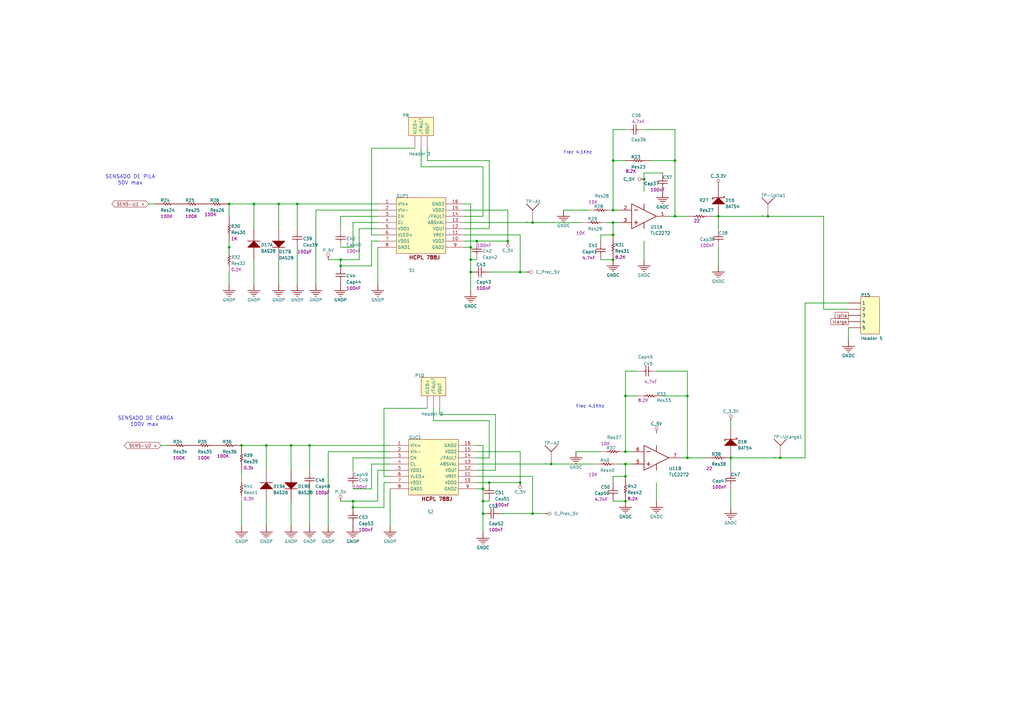
<source format=kicad_sch>
(kicad_sch (version 20211123) (generator eeschema)
  (paper "A3")
  (lib_symbols
    (symbol "sensor de tension-altium-import:0_Cap"
      (property "Value" "0_Cap" (at 0 0 0))
      (symbol "0_Cap_1_0"
        (pin passive line (at -2.54 -2.54 0) (length 2.54) (name "1") (number "1"))
        (pin passive line (at 5.08 -2.54 180) (length 2.54) (name "2") (number "2"))
      )
    )
    (symbol "sensor de tension-altium-import:0_Component_1"
      (property "Value" "0_Component_1" (at 0 0 0))
      (symbol "0_Component_1_1_0"
        (text "HCPL 788J" (at 17.78 -22.86 0) (effects (font (size 1.524 1.524) bold) (justify left bottom)))
        (pin passive line (at 5.08 0 0) (length 7.62) (name "Vin+") (number "1"))
        (pin passive line (at 40.64 -15.24 180) (length 7.62) (name "VDD2") (number "10"))
        (pin passive line (at 40.64 -12.7 180) (length 7.62) (name "VREF") (number "11"))
        (pin passive line (at 40.64 -10.16 180) (length 7.62) (name "VOUT") (number "12"))
        (pin passive line (at 40.64 -7.62 180) (length 7.62) (name "ABSVAL") (number "13"))
        (pin passive line (at 40.64 -5.08 180) (length 7.62) (name "/FAULT") (number "14"))
        (pin passive line (at 40.64 -2.54 180) (length 7.62) (name "VDD2") (number "15"))
        (pin passive line (at 40.64 0 180) (length 7.62) (name "GND2") (number "16"))
        (pin passive line (at 5.08 -2.54 0) (length 7.62) (name "Vin-") (number "2"))
        (pin passive line (at 5.08 -5.08 0) (length 7.62) (name "CH") (number "3"))
        (pin passive line (at 5.08 -7.62 0) (length 7.62) (name "CL") (number "4"))
        (pin passive line (at 5.08 -10.16 0) (length 7.62) (name "VDD1") (number "5"))
        (pin passive line (at 5.08 -12.7 0) (length 7.62) (name "VLED+") (number "6"))
        (pin passive line (at 5.08 -15.24 0) (length 7.62) (name "VDD1") (number "7"))
        (pin passive line (at 5.08 -17.78 0) (length 7.62) (name "GND1") (number "8"))
        (pin passive line (at 40.64 -17.78 180) (length 7.62) (name "GND2") (number "9"))
      )
    )
    (symbol "sensor de tension-altium-import:0_Header 5"
      (property "Value" "0_Header 5" (at 0 0 0))
      (symbol "0_Header 5_1_0"
        (pin passive line (at -5.08 -2.54 0) (length 5.08) (name "1") (number "1"))
        (pin passive line (at -5.08 -5.08 0) (length 5.08) (name "2") (number "2"))
        (pin passive line (at -5.08 -7.62 0) (length 5.08) (name "3") (number "3"))
        (pin passive line (at -5.08 -10.16 0) (length 5.08) (name "4") (number "4"))
        (pin passive line (at -5.08 -12.7 0) (length 5.08) (name "5") (number "5"))
      )
    )
    (symbol "sensor de tension-altium-import:0_Res1"
      (property "Value" "0_Res1" (at 0 0 0))
      (symbol "0_Res1_1_0"
        (pin passive line (at -2.54 -2.54 0) (length 2.54) (name "1") (number "1"))
        (pin passive line (at 7.62 -2.54 180) (length 2.54) (name "2") (number "2"))
      )
    )
    (symbol "sensor de tension-altium-import:0_TLC27L2ACDR"
      (property "Value" "0_TLC27L2ACDR" (at 0 0 0))
      (symbol "0_TLC27L2ACDR_-1_0"
        (pin power_in line (at 5.08 -15.24 90) (length 5.08) (name "GND") (number "4"))
        (pin power_in line (at 5.08 5.08 270) (length 5.08) (name "VDD") (number "8"))
      )
      (symbol "0_TLC27L2ACDR_1_0"
        (pin output line (at 15.24 -5.08 180) (length 5.08) (name "OUT") (number "1"))
        (pin input line (at -5.08 -2.54 0) (length 5.08) (name "IN-") (number "2"))
        (pin input line (at -5.08 -7.62 0) (length 5.08) (name "IN+") (number "3"))
      )
      (symbol "0_TLC27L2ACDR_2_0"
        (pin input line (at -5.08 -7.62 0) (length 5.08) (name "IN+") (number "5"))
        (pin input line (at -5.08 -2.54 0) (length 5.08) (name "IN-") (number "6"))
        (pin output line (at 15.24 -5.08 180) (length 5.08) (name "OUT") (number "7"))
      )
    )
    (symbol "sensor de tension-altium-import:1_BAS28"
      (property "Value" "1_BAS28" (at 0 0 0))
      (symbol "1_BAS28_1_0"
        (pin passive line (at 2.54 7.62 270) (length 5.08) (name "K") (number "1"))
        (pin passive line (at 2.54 -5.08 90) (length 5.08) (name "A") (number "4"))
      )
      (symbol "1_BAS28_2_0"
        (pin passive line (at 2.54 7.62 270) (length 5.08) (name "K") (number "2"))
        (pin passive line (at 2.54 -5.08 90) (length 5.08) (name "A") (number "3"))
      )
    )
    (symbol "sensor de tension-altium-import:1_BAT54"
      (property "Value" "1_BAT54" (at 0 0 0))
      (symbol "1_BAT54_1_0"
        (pin passive line (at 2.54 -5.08 90) (length 5.08) (name "A") (number "1"))
        (pin passive line (at 2.54 7.62 270) (length 5.08) (name "K") (number "2"))
      )
    )
    (symbol "sensor de tension-altium-import:1_Cap"
      (property "Value" "1_Cap" (at 0 0 0))
      (symbol "1_Cap_1_0"
        (pin passive line (at 2.54 -2.54 90) (length 2.54) (name "1") (number "1"))
        (pin passive line (at 2.54 5.08 270) (length 2.54) (name "2") (number "2"))
      )
    )
    (symbol "sensor de tension-altium-import:1_Header 3"
      (property "Value" "1_Header 3" (at 0 0 0))
      (symbol "1_Header 3_1_0"
        (pin passive line (at 2.54 -5.08 90) (length 5.08) (name "VLED+") (number "1"))
        (pin passive line (at 5.08 -5.08 90) (length 5.08) (name "/FAULT") (number "2"))
        (pin passive line (at 7.62 -5.08 90) (length 5.08) (name "VOUT") (number "3"))
      )
    )
    (symbol "sensor de tension-altium-import:3_BAS28"
      (property "Value" "3_BAS28" (at 0 0 0))
      (symbol "3_BAS28_1_0"
        (pin passive line (at -2.54 -7.62 90) (length 5.08) (name "K") (number "1"))
        (pin passive line (at -2.54 5.08 270) (length 5.08) (name "A") (number "4"))
      )
      (symbol "3_BAS28_2_0"
        (pin passive line (at -2.54 -7.62 90) (length 5.08) (name "K") (number "2"))
        (pin passive line (at -2.54 5.08 270) (length 5.08) (name "A") (number "3"))
      )
    )
    (symbol "sensor de tension-altium-import:3_Cap"
      (property "Value" "3_Cap" (at 0 0 0))
      (symbol "3_Cap_1_0"
        (pin passive line (at -2.54 2.54 270) (length 2.54) (name "1") (number "1"))
        (pin passive line (at -2.54 -5.08 90) (length 2.54) (name "2") (number "2"))
      )
    )
    (symbol "sensor de tension-altium-import:3_Res1"
      (property "Value" "3_Res1" (at 0 0 0))
      (symbol "3_Res1_1_0"
        (pin passive line (at -2.54 2.54 270) (length 2.54) (name "1") (number "1"))
        (pin passive line (at -2.54 -7.62 90) (length 2.54) (name "2") (number "2"))
      )
    )
    (symbol "sensor de tension-altium-import:3_Socket"
      (property "Value" "3_Socket" (at 0 0 0))
      (symbol "3_Socket_1_0"
        (pin passive line (at -2.54 -7.62 90) (length 5.08) (name "1") (number "1"))
      )
    )
    (symbol "sensor de tension-altium-import:C_3.3V" (power)
      (property "Reference" "#PWR" (at 0 0 0))
      (property "Value" "C_3.3V" (at 0 3.81 0))
      (symbol "C_3.3V_0_0"
        (pin power_in line (at 0 0 0) (length 0) hide (name "C_3.3V") (number ""))
      )
    )
    (symbol "sensor de tension-altium-import:C_5V" (power)
      (property "Reference" "#PWR" (at 0 0 0))
      (property "Value" "C_5V" (at 0 3.81 0))
      (symbol "C_5V_0_0"
        (pin power_in line (at 0 0 0) (length 0) hide (name "C_5V") (number ""))
      )
    )
    (symbol "sensor de tension-altium-import:C_Prec_5V" (power)
      (property "Reference" "#PWR" (at 0 0 0))
      (property "Value" "C_Prec_5V" (at 0 3.81 0))
      (symbol "C_Prec_5V_0_0"
        (pin power_in line (at 0 0 0) (length 0) hide (name "C_Prec_5V") (number ""))
      )
    )
    (symbol "sensor de tension-altium-import:GNDC" (power)
      (property "Reference" "#PWR" (at 0 0 0))
      (property "Value" "GNDC" (at 0 6.35 0))
      (symbol "GNDC_0_0"
        (pin power_in line (at 0 0 0) (length 0) hide (name "GNDC") (number ""))
      )
    )
    (symbol "sensor de tension-altium-import:GNDP" (power)
      (property "Reference" "#PWR" (at 0 0 0))
      (property "Value" "GNDP" (at 0 6.35 0))
      (symbol "GNDP_0_0"
        (pin power_in line (at 0 0 0) (length 0) hide (name "GNDP") (number ""))
      )
    )
    (symbol "sensor de tension-altium-import:P_5V" (power)
      (property "Reference" "#PWR" (at 0 0 0))
      (property "Value" "P_5V" (at 0 3.81 0))
      (symbol "P_5V_0_0"
        (pin power_in line (at 0 0 0) (length 0) hide (name "P_5V") (number ""))
      )
    )
  )
  (junction (at 93.98 83.6422))
  (junction (at 299.72 187.7822))
  (junction (at 144.78 205.5622))
  (junction (at 256.54 162.3822))
  (junction (at 109.22 182.7022))
  (junction (at 200.66 197.9422))
  (junction (at 264.16 73.4822))
  (junction (at 208.28 98.8822))
  (junction (at 294.64 88.7222))
  (junction (at 218.44 91.2622))
  (junction (at 193.04 111.5822))
  (junction (at 251.46 91.2622))
  (junction (at 139.7 106.5022))
  (junction (at 144.78 208.1022))
  (junction (at 256.54 185.2422))
  (junction (at 198.12 205.5622))
  (junction (at 104.14 83.6422))
  (junction (at 314.96 88.7222))
  (junction (at 256.54 205.5622))
  (junction (at 119.38 182.7022))
  (junction (at 198.12 200.4822))
  (junction (at 226.06 190.3222))
  (junction (at 276.86 88.7222))
  (junction (at 256.54 195.4022))
  (junction (at 198.12 210.6422))
  (junction (at 276.86 65.8622))
  (junction (at 114.3 83.6422))
  (junction (at 193.04 106.5022))
  (junction (at 320.04 187.7822))
  (junction (at 213.36 111.5822))
  (junction (at 127 182.7022))
  (junction (at 218.44 210.6422))
  (junction (at 256.54 190.3222))
  (junction (at 251.46 96.3422))
  (junction (at 99.06 182.7022))
  (junction (at 281.94 187.7822))
  (junction (at 251.46 86.1822))
  (junction (at 93.98 101.4222))
  (junction (at 281.94 162.3822))
  (junction (at 251.46 65.8622))
  (junction (at 213.36 197.9422))
  (junction (at 193.04 101.4222))
  (junction (at 139.7 109.0422))
  (junction (at 251.46 106.5022))
  (junction (at 195.58 98.8822))
  (junction (at 121.92 83.6422))
  (wire (pts (xy 279.4 187.7822) (xy 281.94 187.7822)) (stroke (width 0.254)))
  (wire (pts (xy 119.38 182.7022) (xy 127 182.7022)) (stroke (width 0.254)))
  (wire (pts (xy 246.38 96.3422) (xy 251.46 96.3422)) (stroke (width 0.254)))
  (wire (pts (xy 66.04 182.7022) (xy 68.58 182.7022)) (stroke (width 0.254)))
  (wire (pts (xy 264.16 73.4822) (xy 264.16 70.9422)) (stroke (width 0.254)))
  (wire (pts (xy 93.98 83.6422) (xy 93.98 88.7222)) (stroke (width 0.254)))
  (wire (pts (xy 160.02 195.4022) (xy 157.48 195.4022)) (stroke (width 0.254)))
  (wire (pts (xy 134.62 215.7222) (xy 134.62 185.2422)) (stroke (width 0.254)))
  (wire (pts (xy 104.14 106.5022) (xy 104.14 116.6622)) (stroke (width 0.254)))
  (wire (pts (xy 114.3 106.5022) (xy 114.3 116.6622)) (stroke (width 0.254)))
  (wire (pts (xy 154.94 101.4222) (xy 154.94 116.6622)) (stroke (width 0.254)))
  (wire (pts (xy 264.16 98.8822) (xy 264.16 106.5022)) (stroke (width 0.254)))
  (wire (pts (xy 190.5 93.8022) (xy 200.66 93.8022)) (stroke (width 0.254)))
  (wire (pts (xy 190.5 96.3422) (xy 213.36 96.3422)) (stroke (width 0.254)))
  (wire (pts (xy 251.46 53.1622) (xy 256.54 53.1622)) (stroke (width 0.254)))
  (wire (pts (xy 195.58 190.3222) (xy 226.06 190.3222)) (stroke (width 0.254)))
  (wire (pts (xy 154.94 96.3422) (xy 152.4 96.3422)) (stroke (width 0.254)))
  (wire (pts (xy 289.56 187.7822) (xy 281.94 187.7822)) (stroke (width 0.254)))
  (wire (pts (xy 314.96 88.7222) (xy 337.82 88.7222)) (stroke (width 0.254)))
  (wire (pts (xy 157.48 167.4622) (xy 175.26 167.4622)) (stroke (width 0.254)))
  (wire (pts (xy 254 190.3222) (xy 256.54 190.3222)) (stroke (width 0.254)))
  (wire (pts (xy 195.58 185.2422) (xy 213.36 185.2422)) (stroke (width 0.254)))
  (wire (pts (xy 269.24 197.9422) (xy 269.24 205.5622)) (stroke (width 0.254)))
  (wire (pts (xy 264.16 70.9422) (xy 271.78 70.9422)) (stroke (width 0.254)))
  (wire (pts (xy 177.8 172.5422) (xy 177.8 167.4622)) (stroke (width 0.254)))
  (wire (pts (xy 274.32 88.7222) (xy 276.86 88.7222)) (stroke (width 0.254)))
  (wire (pts (xy 195.58 187.7822) (xy 200.66 187.7822)) (stroke (width 0.254)))
  (wire (pts (xy 218.44 210.6422) (xy 223.52 210.6422)) (stroke (width 0.254)))
  (wire (pts (xy 190.5 83.6422) (xy 193.04 83.6422)) (stroke (width 0.254)))
  (wire (pts (xy 200.66 65.8622) (xy 175.26 65.8622)) (stroke (width 0.254)))
  (wire (pts (xy 299.72 175.0822) (xy 299.72 172.5422)) (stroke (width 0.254)))
  (wire (pts (xy 294.64 88.7222) (xy 314.96 88.7222)) (stroke (width 0.254)))
  (wire (pts (xy 299.72 187.7822) (xy 320.04 187.7822)) (stroke (width 0.254)))
  (wire (pts (xy 264.16 78.5622) (xy 264.16 73.4822)) (stroke (width 0.254)))
  (wire (pts (xy 154.94 83.6422) (xy 121.92 83.6422)) (stroke (width 0.254)))
  (wire (pts (xy 121.92 101.4222) (xy 121.92 116.6622)) (stroke (width 0.254)))
  (wire (pts (xy 256.54 190.3222) (xy 259.08 190.3222)) (stroke (width 0.254)))
  (wire (pts (xy 144.78 205.5622) (xy 139.7 205.5622)) (stroke (width 0.254)))
  (wire (pts (xy 299.72 192.8622) (xy 299.72 187.7822)) (stroke (width 0.254)))
  (wire (pts (xy 251.46 197.9422) (xy 251.46 195.4022)) (stroke (width 0.254)))
  (wire (pts (xy 127 182.7022) (xy 160.02 182.7022)) (stroke (width 0.254)))
  (wire (pts (xy 129.54 116.6622) (xy 129.54 86.1822)) (stroke (width 0.254)))
  (wire (pts (xy 198.12 200.4822) (xy 198.12 205.5622)) (stroke (width 0.254)))
  (wire (pts (xy 60.96 83.6422) (xy 63.5 83.6422)) (stroke (width 0.254)))
  (wire (pts (xy 299.72 208.1022) (xy 299.72 200.4822)) (stroke (width 0.254)))
  (wire (pts (xy 152.4 98.8822) (xy 152.4 109.0422)) (stroke (width 0.254)))
  (wire (pts (xy 337.82 88.7222) (xy 337.82 126.8222)) (stroke (width 0.254)))
  (wire (pts (xy 203.2 192.8622) (xy 203.2 170.0022)) (stroke (width 0.254)))
  (wire (pts (xy 236.22 185.2422) (xy 246.38 185.2422)) (stroke (width 0.254)))
  (wire (pts (xy 152.4 60.7822) (xy 170.18 60.7822)) (stroke (width 0.254)))
  (wire (pts (xy 256.54 65.8622) (xy 251.46 65.8622)) (stroke (width 0.254)))
  (wire (pts (xy 200.66 197.9422) (xy 195.58 197.9422)) (stroke (width 0.254)))
  (wire (pts (xy 264.16 53.1622) (xy 276.86 53.1622)) (stroke (width 0.254)))
  (wire (pts (xy 129.54 86.1822) (xy 154.94 86.1822)) (stroke (width 0.254)))
  (wire (pts (xy 121.92 93.8022) (xy 121.92 83.6422)) (stroke (width 0.254)))
  (wire (pts (xy 93.98 101.4222) (xy 93.98 103.9622)) (stroke (width 0.254)))
  (wire (pts (xy 139.7 109.0422) (xy 139.7 106.5022)) (stroke (width 0.254)))
  (wire (pts (xy 208.28 86.1822) (xy 208.28 98.8822)) (stroke (width 0.254)))
  (wire (pts (xy 190.5 91.2622) (xy 218.44 91.2622)) (stroke (width 0.254)))
  (wire (pts (xy 200.66 172.5422) (xy 177.8 172.5422)) (stroke (width 0.254)))
  (wire (pts (xy 152.4 96.3422) (xy 152.4 60.7822)) (stroke (width 0.254)))
  (wire (pts (xy 320.04 187.7822) (xy 330.2 187.7822)) (stroke (width 0.254)))
  (wire (pts (xy 266.7 65.8622) (xy 276.86 65.8622)) (stroke (width 0.254)))
  (wire (pts (xy 200.66 187.7822) (xy 200.66 172.5422)) (stroke (width 0.254)))
  (wire (pts (xy 109.22 192.8622) (xy 109.22 182.7022)) (stroke (width 0.254)))
  (wire (pts (xy 154.94 93.8022) (xy 147.32 93.8022)) (stroke (width 0.254)))
  (wire (pts (xy 281.94 187.7822) (xy 281.94 162.3822)) (stroke (width 0.254)))
  (wire (pts (xy 104.14 83.6422) (xy 93.98 83.6422)) (stroke (width 0.254)))
  (wire (pts (xy 144.78 101.4222) (xy 144.78 91.2622)) (stroke (width 0.254)))
  (wire (pts (xy 347.98 139.5222) (xy 347.98 134.4422)) (stroke (width 0.254)))
  (wire (pts (xy 198.12 68.4022) (xy 172.72 68.4022)) (stroke (width 0.254)))
  (wire (pts (xy 198.12 205.5622) (xy 200.66 205.5622)) (stroke (width 0.254)))
  (wire (pts (xy 203.2 170.0022) (xy 180.34 170.0022)) (stroke (width 0.254)))
  (wire (pts (xy 99.06 195.4022) (xy 99.06 192.8622)) (stroke (width 0.254)))
  (wire (pts (xy 152.4 109.0422) (xy 139.7 109.0422)) (stroke (width 0.254)))
  (wire (pts (xy 294.64 109.0422) (xy 294.64 101.4222)) (stroke (width 0.254)))
  (wire (pts (xy 99.06 205.5622) (xy 99.06 215.7222)) (stroke (width 0.254)))
  (wire (pts (xy 144.78 208.1022) (xy 144.78 205.5622)) (stroke (width 0.254)))
  (wire (pts (xy 147.32 106.5022) (xy 139.7 106.5022)) (stroke (width 0.254)))
  (wire (pts (xy 251.46 195.4022) (xy 256.54 195.4022)) (stroke (width 0.254)))
  (wire (pts (xy 256.54 185.2422) (xy 256.54 162.3822)) (stroke (width 0.254)))
  (wire (pts (xy 144.78 200.4822) (xy 152.4 200.4822)) (stroke (width 0.254)))
  (wire (pts (xy 269.24 152.2222) (xy 281.94 152.2222)) (stroke (width 0.254)))
  (wire (pts (xy 231.14 86.1822) (xy 241.3 86.1822)) (stroke (width 0.254)))
  (wire (pts (xy 256.54 162.3822) (xy 256.54 152.2222)) (stroke (width 0.254)))
  (wire (pts (xy 119.38 205.5622) (xy 119.38 215.7222)) (stroke (width 0.254)))
  (wire (pts (xy 109.22 205.5622) (xy 109.22 215.7222)) (stroke (width 0.254)))
  (wire (pts (xy 160.02 197.9422) (xy 157.48 197.9422)) (stroke (width 0.254)))
  (wire (pts (xy 195.58 182.7022) (xy 198.12 182.7022)) (stroke (width 0.254)))
  (wire (pts (xy 157.48 208.1022) (xy 144.78 208.1022)) (stroke (width 0.254)))
  (wire (pts (xy 254 86.1822) (xy 251.46 86.1822)) (stroke (width 0.254)))
  (wire (pts (xy 248.92 91.2622) (xy 251.46 91.2622)) (stroke (width 0.254)))
  (wire (pts (xy 193.04 83.6422) (xy 193.04 101.4222)) (stroke (width 0.254)))
  (wire (pts (xy 93.98 111.5822) (xy 93.98 116.6622)) (stroke (width 0.254)))
  (wire (pts (xy 134.62 185.2422) (xy 160.02 185.2422)) (stroke (width 0.254)))
  (wire (pts (xy 198.12 182.7022) (xy 198.12 200.4822)) (stroke (width 0.254)))
  (wire (pts (xy 337.82 126.8222) (xy 347.98 126.8222)) (stroke (width 0.254)))
  (wire (pts (xy 251.46 205.5622) (xy 256.54 205.5622)) (stroke (width 0.254)))
  (wire (pts (xy 154.94 98.8822) (xy 152.4 98.8822)) (stroke (width 0.254)))
  (wire (pts (xy 259.08 185.2422) (xy 256.54 185.2422)) (stroke (width 0.254)))
  (wire (pts (xy 330.2 124.2822) (xy 347.98 124.2822)) (stroke (width 0.254)))
  (wire (pts (xy 195.58 192.8622) (xy 203.2 192.8622)) (stroke (width 0.254)))
  (wire (pts (xy 251.46 96.3422) (xy 251.46 91.2622)) (stroke (width 0.254)))
  (wire (pts (xy 172.72 68.4022) (xy 172.72 60.7822)) (stroke (width 0.254)))
  (wire (pts (xy 147.32 93.8022) (xy 147.32 106.5022)) (stroke (width 0.254)))
  (wire (pts (xy 198.12 210.6422) (xy 198.12 218.2622)) (stroke (width 0.254)))
  (wire (pts (xy 144.78 91.2622) (xy 154.94 91.2622)) (stroke (width 0.254)))
  (wire (pts (xy 251.46 86.1822) (xy 251.46 65.8622)) (stroke (width 0.254)))
  (wire (pts (xy 139.7 93.8022) (xy 139.7 88.7222)) (stroke (width 0.254)))
  (wire (pts (xy 160.02 192.8622) (xy 154.94 192.8622)) (stroke (width 0.254)))
  (wire (pts (xy 190.5 88.7222) (xy 198.12 88.7222)) (stroke (width 0.254)))
  (wire (pts (xy 256.54 195.4022) (xy 256.54 190.3222)) (stroke (width 0.254)))
  (wire (pts (xy 218.44 195.4022) (xy 218.44 210.6422)) (stroke (width 0.254)))
  (wire (pts (xy 330.2 187.7822) (xy 330.2 124.2822)) (stroke (width 0.254)))
  (wire (pts (xy 198.12 200.4822) (xy 195.58 200.4822)) (stroke (width 0.254)))
  (wire (pts (xy 144.78 192.8622) (xy 144.78 187.7822)) (stroke (width 0.254)))
  (wire (pts (xy 139.7 88.7222) (xy 154.94 88.7222)) (stroke (width 0.254)))
  (wire (pts (xy 139.7 101.4222) (xy 144.78 101.4222)) (stroke (width 0.254)))
  (wire (pts (xy 251.46 91.2622) (xy 254 91.2622)) (stroke (width 0.254)))
  (wire (pts (xy 193.04 106.5022) (xy 195.58 106.5022)) (stroke (width 0.254)))
  (wire (pts (xy 157.48 195.4022) (xy 157.48 167.4622)) (stroke (width 0.254)))
  (wire (pts (xy 276.86 88.7222) (xy 281.94 88.7222)) (stroke (width 0.254)))
  (wire (pts (xy 127 200.4822) (xy 127 215.7222)) (stroke (width 0.254)))
  (wire (pts (xy 152.4 190.3222) (xy 160.02 190.3222)) (stroke (width 0.254)))
  (wire (pts (xy 193.04 101.4222) (xy 193.04 106.5022)) (stroke (width 0.254)))
  (wire (pts (xy 119.38 192.8622) (xy 119.38 182.7022)) (stroke (width 0.254)))
  (wire (pts (xy 281.94 152.2222) (xy 281.94 162.3822)) (stroke (width 0.254)))
  (wire (pts (xy 152.4 200.4822) (xy 152.4 190.3222)) (stroke (width 0.254)))
  (wire (pts (xy 198.12 205.5622) (xy 198.12 210.6422)) (stroke (width 0.254)))
  (wire (pts (xy 193.04 106.5022) (xy 193.04 111.5822)) (stroke (width 0.254)))
  (wire (pts (xy 193.04 101.4222) (xy 190.5 101.4222)) (stroke (width 0.254)))
  (wire (pts (xy 200.66 93.8022) (xy 200.66 65.8622)) (stroke (width 0.254)))
  (wire (pts (xy 213.36 197.9422) (xy 200.66 197.9422)) (stroke (width 0.254)))
  (wire (pts (xy 114.3 93.8022) (xy 114.3 83.6422)) (stroke (width 0.254)))
  (wire (pts (xy 251.46 65.8622) (xy 251.46 53.1622)) (stroke (width 0.254)))
  (wire (pts (xy 121.92 83.6422) (xy 114.3 83.6422)) (stroke (width 0.254)))
  (wire (pts (xy 193.04 111.5822) (xy 193.04 119.2022)) (stroke (width 0.254)))
  (wire (pts (xy 213.36 96.3422) (xy 213.36 111.5822)) (stroke (width 0.254)))
  (wire (pts (xy 127 192.8622) (xy 127 182.7022)) (stroke (width 0.254)))
  (wire (pts (xy 281.94 162.3822) (xy 271.78 162.3822)) (stroke (width 0.254)))
  (wire (pts (xy 226.06 190.3222) (xy 243.84 190.3222)) (stroke (width 0.254)))
  (wire (pts (xy 175.26 65.8622) (xy 175.26 60.7822)) (stroke (width 0.254)))
  (wire (pts (xy 213.36 111.5822) (xy 200.66 111.5822)) (stroke (width 0.254)))
  (wire (pts (xy 292.1 88.7222) (xy 294.64 88.7222)) (stroke (width 0.254)))
  (wire (pts (xy 154.94 192.8622) (xy 154.94 205.5622)) (stroke (width 0.254)))
  (wire (pts (xy 154.94 205.5622) (xy 144.78 205.5622)) (stroke (width 0.254)))
  (wire (pts (xy 93.98 98.8822) (xy 93.98 101.4222)) (stroke (width 0.254)))
  (wire (pts (xy 246.38 106.5022) (xy 251.46 106.5022)) (stroke (width 0.254)))
  (wire (pts (xy 208.28 98.8822) (xy 195.58 98.8822)) (stroke (width 0.254)))
  (wire (pts (xy 261.62 162.3822) (xy 256.54 162.3822)) (stroke (width 0.254)))
  (wire (pts (xy 256.54 152.2222) (xy 261.62 152.2222)) (stroke (width 0.254)))
  (wire (pts (xy 276.86 53.1622) (xy 276.86 65.8622)) (stroke (width 0.254)))
  (wire (pts (xy 109.22 182.7022) (xy 119.38 182.7022)) (stroke (width 0.254)))
  (wire (pts (xy 104.14 93.8022) (xy 104.14 83.6422)) (stroke (width 0.254)))
  (wire (pts (xy 198.12 88.7222) (xy 198.12 68.4022)) (stroke (width 0.254)))
  (wire (pts (xy 246.38 98.8822) (xy 246.38 96.3422)) (stroke (width 0.254)))
  (wire (pts (xy 195.58 98.8822) (xy 190.5 98.8822)) (stroke (width 0.254)))
  (wire (pts (xy 294.64 93.8022) (xy 294.64 88.7222)) (stroke (width 0.254)))
  (wire (pts (xy 180.34 170.0022) (xy 180.34 167.4622)) (stroke (width 0.254)))
  (wire (pts (xy 218.44 210.6422) (xy 205.74 210.6422)) (stroke (width 0.254)))
  (wire (pts (xy 160.02 200.4822) (xy 160.02 215.7222)) (stroke (width 0.254)))
  (wire (pts (xy 190.5 86.1822) (xy 208.28 86.1822)) (stroke (width 0.254)))
  (wire (pts (xy 213.36 111.5822) (xy 215.9 111.5822)) (stroke (width 0.254)))
  (wire (pts (xy 139.7 106.5022) (xy 134.62 106.5022)) (stroke (width 0.254)))
  (wire (pts (xy 218.44 91.2622) (xy 238.76 91.2622)) (stroke (width 0.254)))
  (wire (pts (xy 195.58 195.4022) (xy 218.44 195.4022)) (stroke (width 0.254)))
  (wire (pts (xy 144.78 187.7822) (xy 160.02 187.7822)) (stroke (width 0.254)))
  (wire (pts (xy 276.86 65.8622) (xy 276.86 88.7222)) (stroke (width 0.254)))
  (wire (pts (xy 213.36 185.2422) (xy 213.36 197.9422)) (stroke (width 0.254)))
  (wire (pts (xy 157.48 197.9422) (xy 157.48 208.1022)) (stroke (width 0.254)))
  (wire (pts (xy 114.3 83.6422) (xy 104.14 83.6422)) (stroke (width 0.254)))
  (wire (pts (xy 99.06 182.7022) (xy 109.22 182.7022)) (stroke (width 0.254)))
  (text "Frec 4.1Khz" (at 231.14 63.3222 180) (effects (font (size 1.27 1.27)) (justify left bottom)))
  (text "SENSADO DE CARGA" (at 48.26 172.5422 180) (effects (font (size 1.524 1.524)) (justify left bottom)))
  (text "Frec 4.1Khz" (at 236.22 167.4622 180) (effects (font (size 1.27 1.27)) (justify left bottom)))
  (text "SENSADO DE PILA" (at 43.18 73.4822 180) (effects (font (size 1.524 1.524)) (justify left bottom)))
  (text "50V max" (at 48.26 76.0222 180) (effects (font (size 1.524 1.524)) (justify left bottom)))
  (text "100V max" (at 53.34 175.0822 180) (effects (font (size 1.524 1.524)) (justify left bottom)))
  (global_label "Icarga" (shape passive) (at 347.98 131.9022 180) (property "Intersheet References" "${INTERSHEET_REFS}" (effects hide)))
  (global_label "SENS-U2 +" (shape bidirectional) (at 66.04 182.7022 180) (property "Intersheet References" "${INTERSHEET_REFS}" (effects hide)))
  (global_label "Ipila" (shape passive) (at 347.98 129.3622 180) (property "Intersheet References" "${INTERSHEET_REFS}" (effects hide)))
  (global_label "SENS-U1 +" (shape bidirectional) (at 60.96 83.6422 180) (property "Intersheet References" "${INTERSHEET_REFS}" (effects hide)))
  (symbol (lib_id "sensor de tension-altium-import:0_Cap") (at 195.58 109.0422 0) (unit 1)
    (property "Reference" "C43" (at 195.326 109.2962 0) (effects (justify left bottom)))
    (property "Value" "Cap43" (at 195.326 116.4082 0) (effects (justify left bottom)))
    (property "Footprint" "8-1206" (effects hide))
    (property "PUBLISHED" "8-Jun-2000" (effects hide))
    (property "LATESTREVISIONDATE" "17-Jul-2002" (effects hide))
    (property "LATESTREVISIONNOTE" "Re-released for DXP Platform." (effects hide))
    (property "PACKAGEREFERENCE" "RAD-0.3" (effects hide))
    (property "PUBLISHER" "Altium Limited" (effects hide))
    (property "PACKAGEDESCRIPTION" "Radial Cap, Thru-Hole; 2 Leads; 0.3 in Pin Spacing" (effects hide))
    (property "ALTIUM_VALUE" "100nF" (at 195.326 118.9482 0) (effects (justify left bottom)))
  )
  (symbol (lib_id "sensor de tension-altium-import:3_Cap") (at 142.24 96.3422 0) (unit 1)
    (property "Reference" "C40" (at 141.986 98.6282 0) (effects (justify left bottom)))
    (property "Value" "Cap40" (at 141.986 101.1682 0) (effects (justify left bottom)))
    (property "Footprint" "8-1206" (effects hide))
    (property "PUBLISHED" "8-Jun-2000" (effects hide))
    (property "LATESTREVISIONDATE" "17-Jul-2002" (effects hide))
    (property "LATESTREVISIONNOTE" "Re-released for DXP Platform." (effects hide))
    (property "PACKAGEREFERENCE" "RAD-0.3" (effects hide))
    (property "PUBLISHER" "Altium Limited" (effects hide))
    (property "PACKAGEDESCRIPTION" "Radial Cap, Thru-Hole; 2 Leads; 0.3 in Pin Spacing" (effects hide))
    (property "ALTIUM_VALUE" "100nF" (at 141.986 103.7082 0) (effects (justify left bottom)))
  )
  (symbol (lib_id "sensor de tension-altium-import:1_BAS28") (at 106.68 200.4822 0) (unit 1)
    (property "Reference" "D19" (at 112.014 200.2282 0) (effects (justify left bottom)))
    (property "Value" "BAS28" (at 112.014 202.7682 0) (effects (justify left bottom)))
    (property "Footprint" "SOT-143*" (effects hide))
    (property "PUBLISHED" "17-Sep-2003" (effects hide))
    (property "LATESTREVISIONDATE" "12-Dec-2006" (effects hide))
    (property "LATESTREVISIONNOTE" "IPC-7351 Footprint Added." (effects hide))
    (property "DATASHEETVERSION" "10-Sep-1996" (effects hide))
    (property "PACKAGEVERSION" "Sep-1996" (effects hide))
    (property "PACKAGEREFERENCE" "SOT143" (effects hide))
    (property "PUBLISHER" "Altium Limited" (effects hide))
    (property "PACKAGEDESCRIPTION" "4-Pin SOT-143 Package 1.9 mm Pitch, 2.3 mm Lead Span" (effects hide))
    (property "CODE_IPC" "SOT143" (effects hide))
    (property "COMPONENTLINK1DESCRIPTION" "Manufacturer Link" (effects hide))
    (property "COMPONENTLINK1URL" "http://www.semiconductors.philips.com/" (effects hide))
    (property "COMPONENTLINK2DESCRIPTION" "Datasheet" (effects hide))
    (property "COMPONENTLINK2URL" "http://www.semiconductors.philips.com/acrobat/datasheets/BAS28_2.pdf" (effects hide))
  )
  (symbol (lib_id "sensor de tension-altium-import:GNDP") (at 93.98 116.6622 0) (unit 1)
    (property "Reference" "#PWR01" (effects hide))
    (property "Value" "GNDP" (at 93.98 123.0122 0))
  )
  (symbol (lib_id "sensor de tension-altium-import:GNDP") (at 104.14 116.6622 0) (unit 1)
    (property "Reference" "#PWR03" (effects hide))
    (property "Value" "GNDP" (at 104.14 123.0122 0))
  )
  (symbol (lib_id "sensor de tension-altium-import:3_Res1") (at 254 98.8822 0) (unit 1)
    (property "Reference" "R31" (at 252.222 101.1682 0) (effects (justify left bottom)))
    (property "Value" "Res31" (at 252.222 103.7082 0) (effects (justify left bottom)))
    (property "Footprint" "AXIAL-0.4" (effects hide))
    (property "PUBLISHED" "8-Jun-2000" (effects hide))
    (property "LATESTREVISIONDATE" "17-Jul-2002" (effects hide))
    (property "LATESTREVISIONNOTE" "Re-released for DXP Platform." (effects hide))
    (property "PACKAGEREFERENCE" "AXIAL-0.3" (effects hide))
    (property "PUBLISHER" "Altium Limited" (effects hide))
    (property "PACKAGEDESCRIPTION" "Axial Device, Thru-Hole; 2 Leads; 0.3 in Pin Spacing" (effects hide))
    (property "ALTIUM_VALUE" "8.2K" (at 252.222 106.2482 0) (effects (justify left bottom)))
  )
  (symbol (lib_id "sensor de tension-altium-import:GNDP") (at 114.3 116.6622 0) (unit 1)
    (property "Reference" "#PWR05" (effects hide))
    (property "Value" "GNDP" (at 114.3 123.0122 0))
  )
  (symbol (lib_id "sensor de tension-altium-import:GNDP") (at 144.78 215.7222 0) (unit 1)
    (property "Reference" "#PWR014" (effects hide))
    (property "Value" "GNDP" (at 144.78 222.0722 0))
  )
  (symbol (lib_id "sensor de tension-altium-import:0_Res1") (at 292.1 185.2422 0) (unit 1)
    (property "Reference" "R38" (at 291.846 187.0202 0) (effects (justify left bottom)))
    (property "Value" "Res38" (at 291.846 191.0842 0) (effects (justify left bottom)))
    (property "Footprint" "8-1206" (effects hide))
    (property "PUBLISHED" "8-Jun-2000" (effects hide))
    (property "LATESTREVISIONDATE" "17-Jul-2002" (effects hide))
    (property "LATESTREVISIONNOTE" "Re-released for DXP Platform." (effects hide))
    (property "PACKAGEREFERENCE" "AXIAL-0.3" (effects hide))
    (property "PUBLISHER" "Altium Limited" (effects hide))
    (property "PACKAGEDESCRIPTION" "Axial Device, Thru-Hole; 2 Leads; 0.3 in Pin Spacing" (effects hide))
    (property "ALTIUM_VALUE" "22" (at 289.56 192.8622 0) (effects (justify left bottom)))
  )
  (symbol (lib_id "sensor de tension-altium-import:3_Cap") (at 129.54 195.4022 0) (unit 1)
    (property "Reference" "C48" (at 129.286 197.6882 0) (effects (justify left bottom)))
    (property "Value" "Cap48" (at 129.286 200.2282 0) (effects (justify left bottom)))
    (property "Footprint" "8-1206" (effects hide))
    (property "PUBLISHED" "8-Jun-2000" (effects hide))
    (property "LATESTREVISIONDATE" "17-Jul-2002" (effects hide))
    (property "LATESTREVISIONNOTE" "Re-released for DXP Platform." (effects hide))
    (property "PACKAGEREFERENCE" "RAD-0.3" (effects hide))
    (property "PUBLISHER" "Altium Limited" (effects hide))
    (property "PACKAGEDESCRIPTION" "Radial Cap, Thru-Hole; 2 Leads; 0.3 in Pin Spacing" (effects hide))
    (property "ALTIUM_VALUE" "100pF" (at 129.286 202.7682 0) (effects (justify left bottom)))
  )
  (symbol (lib_id "sensor de tension-altium-import:C_5V") (at 264.16 73.4822 270) (unit 1)
    (property "Reference" "#PWR027" (effects hide))
    (property "Value" "C_5V" (at 260.35 73.4822 90) (effects (justify right)))
  )
  (symbol (lib_id "sensor de tension-altium-import:GNDC") (at 193.04 119.2022 0) (unit 1)
    (property "Reference" "#PWR017" (effects hide))
    (property "Value" "GNDC" (at 193.04 125.5522 0))
  )
  (symbol (lib_id "sensor de tension-altium-import:3_Cap") (at 147.32 210.6422 0) (unit 1)
    (property "Reference" "C53" (at 147.066 212.9282 0) (effects (justify left bottom)))
    (property "Value" "Cap53" (at 147.066 215.4682 0) (effects (justify left bottom)))
    (property "Footprint" "8-1206" (effects hide))
    (property "PUBLISHED" "8-Jun-2000" (effects hide))
    (property "LATESTREVISIONDATE" "17-Jul-2002" (effects hide))
    (property "LATESTREVISIONNOTE" "Re-released for DXP Platform." (effects hide))
    (property "PACKAGEREFERENCE" "RAD-0.3" (effects hide))
    (property "PUBLISHER" "Altium Limited" (effects hide))
    (property "PACKAGEDESCRIPTION" "Radial Cap, Thru-Hole; 2 Leads; 0.3 in Pin Spacing" (effects hide))
    (property "ALTIUM_VALUE" "100nF" (at 147.066 218.0082 0) (effects (justify left bottom)))
  )
  (symbol (lib_id "sensor de tension-altium-import:P_5V") (at 139.7 205.5622 180) (unit 1)
    (property "Reference" "#PWR013" (effects hide))
    (property "Value" "P_5V" (at 139.7 201.7522 0))
  )
  (symbol (lib_id "sensor de tension-altium-import:3_Cap") (at 147.32 195.4022 0) (unit 1)
    (property "Reference" "C49" (at 147.066 197.6882 0) (effects (justify left bottom)))
    (property "Value" "Cap49" (at 144.78 195.4022 0) (effects (justify left bottom)))
    (property "Footprint" "8-1206" (effects hide))
    (property "PUBLISHED" "8-Jun-2000" (effects hide))
    (property "LATESTREVISIONDATE" "17-Jul-2002" (effects hide))
    (property "LATESTREVISIONNOTE" "Re-released for DXP Platform." (effects hide))
    (property "PACKAGEREFERENCE" "RAD-0.3" (effects hide))
    (property "PUBLISHER" "Altium Limited" (effects hide))
    (property "PACKAGEDESCRIPTION" "Radial Cap, Thru-Hole; 2 Leads; 0.3 in Pin Spacing" (effects hide))
    (property "ALTIUM_VALUE" "100nF" (at 144.78 200.4822 0) (effects (justify left bottom)))
  )
  (symbol (lib_id "sensor de tension-altium-import:0_Cap") (at 259.08 50.6222 0) (unit 1)
    (property "Reference" "C36" (at 259.08 48.0822 0) (effects (justify left bottom)))
    (property "Value" "Cap36" (at 258.826 57.9882 0) (effects (justify left bottom)))
    (property "Footprint" "RAD-0.1" (effects hide))
    (property "PUBLISHED" "8-Jun-2000" (effects hide))
    (property "LATESTREVISIONDATE" "17-Jul-2002" (effects hide))
    (property "LATESTREVISIONNOTE" "Re-released for DXP Platform." (effects hide))
    (property "PACKAGEREFERENCE" "RAD-0.3" (effects hide))
    (property "PUBLISHER" "Altium Limited" (effects hide))
    (property "PACKAGEDESCRIPTION" "Radial Cap, Thru-Hole; 2 Leads; 0.3 in Pin Spacing" (effects hide))
    (property "ALTIUM_VALUE" "4.7nF" (at 259.08 50.6222 0) (effects (justify left bottom)))
  )
  (symbol (lib_id "sensor de tension-altium-import:C_5V") (at 208.28 98.8822 0) (unit 1)
    (property "Reference" "#PWR019" (effects hide))
    (property "Value" "C_5V" (at 208.28 102.6922 0))
  )
  (symbol (lib_id "sensor de tension-altium-import:3_Cap") (at 254 200.4822 0) (unit 1)
    (property "Reference" "C50" (at 246.38 200.4822 0) (effects (justify left bottom)))
    (property "Value" "Cap50" (at 243.84 203.0222 0) (effects (justify left bottom)))
    (property "Footprint" "RAD-0.1" (effects hide))
    (property "PUBLISHED" "8-Jun-2000" (effects hide))
    (property "LATESTREVISIONDATE" "17-Jul-2002" (effects hide))
    (property "LATESTREVISIONNOTE" "Re-released for DXP Platform." (effects hide))
    (property "PACKAGEREFERENCE" "RAD-0.3" (effects hide))
    (property "PUBLISHER" "Altium Limited" (effects hide))
    (property "PACKAGEDESCRIPTION" "Radial Cap, Thru-Hole; 2 Leads; 0.3 in Pin Spacing" (effects hide))
    (property "ALTIUM_VALUE" "4.7nF" (at 243.84 205.5622 0) (effects (justify left bottom)))
  )
  (symbol (lib_id "sensor de tension-altium-import:3_Cap") (at 302.26 195.4022 0) (unit 1)
    (property "Reference" "C47" (at 299.72 195.4022 0) (effects (justify left bottom)))
    (property "Value" "Cap47" (at 292.1 197.9422 0) (effects (justify left bottom)))
    (property "Footprint" "8-1206" (effects hide))
    (property "PUBLISHED" "8-Jun-2000" (effects hide))
    (property "LATESTREVISIONDATE" "17-Jul-2002" (effects hide))
    (property "LATESTREVISIONNOTE" "Re-released for DXP Platform." (effects hide))
    (property "PACKAGEREFERENCE" "RAD-0.3" (effects hide))
    (property "PUBLISHER" "Altium Limited" (effects hide))
    (property "PACKAGEDESCRIPTION" "Radial Cap, Thru-Hole; 2 Leads; 0.3 in Pin Spacing" (effects hide))
    (property "ALTIUM_VALUE" "100nF" (at 292.1 200.4822 0) (effects (justify left bottom)))
  )
  (symbol (lib_id "sensor de tension-altium-import:GNDP") (at 160.02 215.7222 0) (unit 1)
    (property "Reference" "#PWR016" (effects hide))
    (property "Value" "GNDP" (at 160.02 222.0722 0))
  )
  (symbol (lib_id "sensor de tension-altium-import:3_Socket") (at 220.98 83.6422 0) (unit 1)
    (property "Reference" "TP-A1" (at 215.646 83.3882 0) (effects (justify left bottom)))
    (property "Value" "~" (at 215.646 91.7702 0) (effects (justify left bottom)))
    (property "Footprint" "PIN1" (effects hide))
    (property "LATESTREVISIONDATE" "17-Jul-2002" (effects hide))
    (property "LATESTREVISIONNOTE" "Re-released for DXP Platform." (effects hide))
    (property "PUBLISHER" "Altium Limited" (effects hide))
  )
  (symbol (lib_id "sensor de tension-altium-import:0_Res1") (at 241.3 88.7222 0) (unit 1)
    (property "Reference" "R29" (at 241.046 90.5002 0) (effects (justify left bottom)))
    (property "Value" "Res29" (at 241.046 94.5642 0) (effects (justify left bottom)))
    (property "Footprint" "AXIAL-0.4" (effects hide))
    (property "PUBLISHED" "8-Jun-2000" (effects hide))
    (property "LATESTREVISIONDATE" "17-Jul-2002" (effects hide))
    (property "LATESTREVISIONNOTE" "Re-released for DXP Platform." (effects hide))
    (property "PACKAGEREFERENCE" "AXIAL-0.3" (effects hide))
    (property "PUBLISHER" "Altium Limited" (effects hide))
    (property "PACKAGEDESCRIPTION" "Axial Device, Thru-Hole; 2 Leads; 0.3 in Pin Spacing" (effects hide))
    (property "ALTIUM_VALUE" "10K" (at 236.22 96.3422 0) (effects (justify left bottom)))
  )
  (symbol (lib_id "sensor de tension-altium-import:3_BAS28") (at 121.92 197.9422 0) (unit 2)
    (property "Reference" "D19" (at 122.174 200.2282 0) (effects (justify left bottom)))
    (property "Value" "BAS28" (at 122.174 202.7682 0) (effects (justify left bottom)))
    (property "Footprint" "SOT-143*" (effects hide))
    (property "PUBLISHED" "17-Sep-2003" (effects hide))
    (property "LATESTREVISIONDATE" "12-Dec-2006" (effects hide))
    (property "LATESTREVISIONNOTE" "IPC-7351 Footprint Added." (effects hide))
    (property "DATASHEETVERSION" "10-Sep-1996" (effects hide))
    (property "PACKAGEVERSION" "Sep-1996" (effects hide))
    (property "PACKAGEREFERENCE" "SOT143" (effects hide))
    (property "PUBLISHER" "Altium Limited" (effects hide))
    (property "PACKAGEDESCRIPTION" "4-Pin SOT-143 Package 1.9 mm Pitch, 2.3 mm Lead Span" (effects hide))
    (property "CODE_IPC" "SOT143" (effects hide))
    (property "COMPONENTLINK1DESCRIPTION" "Manufacturer Link" (effects hide))
    (property "COMPONENTLINK1URL" "http://www.semiconductors.philips.com/" (effects hide))
    (property "COMPONENTLINK2DESCRIPTION" "Datasheet" (effects hide))
    (property "COMPONENTLINK2URL" "http://www.semiconductors.philips.com/acrobat/datasheets/BAS28_2.pdf" (effects hide))
  )
  (symbol (lib_id "sensor de tension-altium-import:GNDP") (at 109.22 215.7222 0) (unit 1)
    (property "Reference" "#PWR04" (effects hide))
    (property "Value" "GNDP" (at 109.22 222.0722 0))
  )
  (symbol (lib_id "sensor de tension-altium-import:GNDC") (at 251.46 106.5022 0) (unit 1)
    (property "Reference" "#PWR025" (effects hide))
    (property "Value" "GNDC" (at 251.46 112.8522 0))
  )
  (symbol (lib_id "sensor de tension-altium-import:1_Header 3") (at 172.72 162.3822 0) (unit 1)
    (property "Reference" "P10" (at 170.18 154.7622 0) (effects (justify left bottom)))
    (property "Value" "Header 3" (at 172.72 170.5102 0) (effects (justify left bottom)))
    (property "Footprint" "HDR1X3*" (effects hide))
    (property "LATESTREVISIONDATE" "17-Jul-2002" (effects hide))
    (property "LATESTREVISIONNOTE" "Re-released for DXP Platform." (effects hide))
    (property "PUBLISHER" "Altium Limited" (effects hide))
  )
  (symbol (lib_id "sensor de tension-altium-import:C_Prec_5V") (at 223.52 210.6422 90) (unit 1)
    (property "Reference" "#PWR022" (effects hide))
    (property "Value" "C_Prec_5V" (at 227.33 210.6422 90) (effects (justify right)))
  )
  (symbol (lib_id "sensor de tension-altium-import:0_TLC27L2ACDR") (at 264.16 182.7022 0) (unit 2)
    (property "Reference" "U11" (at 274.32 192.8622 0) (effects (justify left bottom)))
    (property "Value" "TLC2272" (at 274.32 195.4022 0) (effects (justify left bottom)))
    (property "Footprint" "751-02_N" (effects hide))
    (property "PUBLISHED" "15-Apr-2002" (effects hide))
    (property "LATESTREVISIONDATE" "13-Apr-2006" (effects hide))
    (property "LATESTREVISIONNOTE" "IPC-7351 Footprint Added." (effects hide))
    (property "DATASHEETVERSION" "Aug-1988" (effects hide))
    (property "PACKAGEVERSION" "Jan-1998" (effects hide))
    (property "PACKAGEREFERENCE" "D008" (effects hide))
    (property "PUBLISHER" "Altium Limited" (effects hide))
    (property "PACKAGEDESCRIPTION" "8-Pin Small Outline Integrated Circuit 1.27 mm Pitch" (effects hide))
    (property "CODE_IPC" "SOIC127P600-8" (effects hide))
    (property "COMPONENTLINK1DESCRIPTION" "Manufacturer Link" (effects hide))
    (property "COMPONENTLINK1URL" "http://www.ti.com/" (effects hide))
    (property "COMPONENTLINK2DESCRIPTION" "Datasheet" (effects hide))
    (property "COMPONENTLINK2URL" "http://www-s.ti.com/sc/ds/tlc27l2a.pdf" (effects hide))
  )
  (symbol (lib_id "sensor de tension-altium-import:3_Cap") (at 142.24 111.5822 0) (unit 1)
    (property "Reference" "C44" (at 141.986 113.8682 0) (effects (justify left bottom)))
    (property "Value" "Cap44" (at 141.986 116.4082 0) (effects (justify left bottom)))
    (property "Footprint" "8-1206" (effects hide))
    (property "PUBLISHED" "8-Jun-2000" (effects hide))
    (property "LATESTREVISIONDATE" "17-Jul-2002" (effects hide))
    (property "LATESTREVISIONNOTE" "Re-released for DXP Platform." (effects hide))
    (property "PACKAGEREFERENCE" "RAD-0.3" (effects hide))
    (property "PUBLISHER" "Altium Limited" (effects hide))
    (property "PACKAGEDESCRIPTION" "Radial Cap, Thru-Hole; 2 Leads; 0.3 in Pin Spacing" (effects hide))
    (property "ALTIUM_VALUE" "100nF" (at 141.986 118.9482 0) (effects (justify left bottom)))
  )
  (symbol (lib_id "sensor de tension-altium-import:0_Component_1") (at 154.94 182.7022 0) (unit 1)
    (property "Reference" "SUC1" (at 167.64 180.1622 0) (effects (justify left bottom)))
    (property "Value" "S2" (at 175.26 210.6422 0) (effects (justify left bottom)))
    (property "Footprint" "Sens Tension HCPL-788J" (effects hide))
  )
  (symbol (lib_id "sensor de tension-altium-import:0_Res1") (at 243.84 83.6422 0) (unit 1)
    (property "Reference" "R28" (at 243.586 85.4202 0) (effects (justify left bottom)))
    (property "Value" "Res28" (at 243.84 81.1022 0) (effects (justify left bottom)))
    (property "Footprint" "AXIAL-0.4" (effects hide))
    (property "PUBLISHED" "8-Jun-2000" (effects hide))
    (property "LATESTREVISIONDATE" "17-Jul-2002" (effects hide))
    (property "LATESTREVISIONNOTE" "Re-released for DXP Platform." (effects hide))
    (property "PACKAGEREFERENCE" "AXIAL-0.3" (effects hide))
    (property "PUBLISHER" "Altium Limited" (effects hide))
    (property "PACKAGEDESCRIPTION" "Axial Device, Thru-Hole; 2 Leads; 0.3 in Pin Spacing" (effects hide))
    (property "ALTIUM_VALUE" "10K" (at 241.3 83.6422 0) (effects (justify left bottom)))
  )
  (symbol (lib_id "sensor de tension-altium-import:3_Res1") (at 101.6 185.2422 0) (unit 1)
    (property "Reference" "R39" (at 99.822 187.5282 0) (effects (justify left bottom)))
    (property "Value" "Res39" (at 99.822 190.0682 0) (effects (justify left bottom)))
    (property "Footprint" "AXIAL-0.4" (effects hide))
    (property "PUBLISHED" "8-Jun-2000" (effects hide))
    (property "LATESTREVISIONDATE" "17-Jul-2002" (effects hide))
    (property "LATESTREVISIONNOTE" "Re-released for DXP Platform." (effects hide))
    (property "PACKAGEREFERENCE" "AXIAL-0.3" (effects hide))
    (property "PUBLISHER" "Altium Limited" (effects hide))
    (property "PACKAGEDESCRIPTION" "Axial Device, Thru-Hole; 2 Leads; 0.3 in Pin Spacing" (effects hide))
    (property "ALTIUM_VALUE" "0.3k" (at 99.822 192.6082 0) (effects (justify left bottom)))
  )
  (symbol (lib_id "sensor de tension-altium-import:3_BAS28") (at 116.84 98.8822 0) (unit 2)
    (property "Reference" "D17" (at 114.3 103.9622 0) (effects (justify left bottom)))
    (property "Value" "BAS28" (at 114.3 106.5022 0) (effects (justify left bottom)))
    (property "Footprint" "SOT-143*" (effects hide))
    (property "PUBLISHED" "17-Sep-2003" (effects hide))
    (property "LATESTREVISIONDATE" "12-Dec-2006" (effects hide))
    (property "LATESTREVISIONNOTE" "IPC-7351 Footprint Added." (effects hide))
    (property "DATASHEETVERSION" "10-Sep-1996" (effects hide))
    (property "PACKAGEVERSION" "Sep-1996" (effects hide))
    (property "PACKAGEREFERENCE" "SOT143" (effects hide))
    (property "PUBLISHER" "Altium Limited" (effects hide))
    (property "PACKAGEDESCRIPTION" "4-Pin SOT-143 Package 1.9 mm Pitch, 2.3 mm Lead Span" (effects hide))
    (property "CODE_IPC" "SOT143" (effects hide))
    (property "COMPONENTLINK1DESCRIPTION" "Manufacturer Link" (effects hide))
    (property "COMPONENTLINK1URL" "http://www.semiconductors.philips.com/" (effects hide))
    (property "COMPONENTLINK2DESCRIPTION" "Datasheet" (effects hide))
    (property "COMPONENTLINK2URL" "http://www.semiconductors.philips.com/acrobat/datasheets/BAS28_2.pdf" (effects hide))
  )
  (symbol (lib_id "sensor de tension-altium-import:0_Res1") (at 76.2 81.1022 0) (unit 1)
    (property "Reference" "R25" (at 75.946 82.8802 0) (effects (justify left bottom)))
    (property "Value" "Res25" (at 75.946 86.9442 0) (effects (justify left bottom)))
    (property "Footprint" "8-1206" (effects hide))
    (property "PUBLISHED" "8-Jun-2000" (effects hide))
    (property "LATESTREVISIONDATE" "17-Jul-2002" (effects hide))
    (property "LATESTREVISIONNOTE" "Re-released for DXP Platform." (effects hide))
    (property "PACKAGEREFERENCE" "AXIAL-0.3" (effects hide))
    (property "PUBLISHER" "Altium Limited" (effects hide))
    (property "PACKAGEDESCRIPTION" "Axial Device, Thru-Hole; 2 Leads; 0.3 in Pin Spacing" (effects hide))
    (property "ALTIUM_VALUE" "100K" (at 75.946 89.4842 0) (effects (justify left bottom)))
  )
  (symbol (lib_id "sensor de tension-altium-import:C_3.3V") (at 294.64 76.0222 180) (unit 1)
    (property "Reference" "#PWR032" (effects hide))
    (property "Value" "C_3.3V" (at 294.64 72.2122 0))
  )
  (symbol (lib_id "sensor de tension-altium-import:0_Header 5") (at 353.06 121.7422 0) (unit 1)
    (property "Reference" "P15" (at 353.06 121.7422 0) (effects (justify left bottom)))
    (property "Value" "Header 5" (at 353.06 139.5222 0) (effects (justify left bottom)))
    (property "Footprint" "HDR1X5H*" (effects hide))
    (property "LATESTREVISIONDATE" "17-Jul-2002" (effects hide))
    (property "LATESTREVISIONNOTE" "Re-released for DXP Platform." (effects hide))
    (property "PUBLISHER" "Altium Limited" (effects hide))
  )
  (symbol (lib_id "sensor de tension-altium-import:P_5V") (at 134.62 106.5022 180) (unit 1)
    (property "Reference" "#PWR010" (effects hide))
    (property "Value" "P_5V" (at 134.62 102.6922 0))
  )
  (symbol (lib_id "sensor de tension-altium-import:GNDC") (at 231.14 86.1822 0) (unit 1)
    (property "Reference" "#PWR023" (effects hide))
    (property "Value" "GNDC" (at 231.14 92.5322 0))
  )
  (symbol (lib_id "sensor de tension-altium-import:0_Cap") (at 264.16 149.6822 0) (unit 1)
    (property "Reference" "C45" (at 263.906 149.9362 0) (effects (justify left bottom)))
    (property "Value" "Cap45" (at 261.62 147.1422 0) (effects (justify left bottom)))
    (property "Footprint" "RAD-0.1" (effects hide))
    (property "PUBLISHED" "8-Jun-2000" (effects hide))
    (property "LATESTREVISIONDATE" "17-Jul-2002" (effects hide))
    (property "LATESTREVISIONNOTE" "Re-released for DXP Platform." (effects hide))
    (property "PACKAGEREFERENCE" "RAD-0.3" (effects hide))
    (property "PUBLISHER" "Altium Limited" (effects hide))
    (property "PACKAGEDESCRIPTION" "Radial Cap, Thru-Hole; 2 Leads; 0.3 in Pin Spacing" (effects hide))
    (property "ALTIUM_VALUE" "4.7nF" (at 264.16 157.3022 0) (effects (justify left bottom)))
  )
  (symbol (lib_id "sensor de tension-altium-import:3_Socket") (at 322.58 180.1622 0) (unit 1)
    (property "Reference" "TP-Ucarga1" (at 317.246 179.9082 0) (effects (justify left bottom)))
    (property "Value" "~" (at 317.246 188.2902 0) (effects (justify left bottom)))
    (property "Footprint" "PIN1" (effects hide))
    (property "LATESTREVISIONDATE" "17-Jul-2002" (effects hide))
    (property "LATESTREVISIONNOTE" "Re-released for DXP Platform." (effects hide))
    (property "PUBLISHER" "Altium Limited" (effects hide))
  )
  (symbol (lib_id "sensor de tension-altium-import:3_Res1") (at 96.52 91.2622 0) (unit 1)
    (property "Reference" "R30" (at 94.742 93.5482 0) (effects (justify left bottom)))
    (property "Value" "Res30" (at 94.742 96.0882 0) (effects (justify left bottom)))
    (property "Footprint" "AXIAL-0.4" (effects hide))
    (property "PUBLISHED" "8-Jun-2000" (effects hide))
    (property "LATESTREVISIONDATE" "17-Jul-2002" (effects hide))
    (property "LATESTREVISIONNOTE" "Re-released for DXP Platform." (effects hide))
    (property "PACKAGEREFERENCE" "AXIAL-0.3" (effects hide))
    (property "PUBLISHER" "Altium Limited" (effects hide))
    (property "PACKAGEDESCRIPTION" "Axial Device, Thru-Hole; 2 Leads; 0.3 in Pin Spacing" (effects hide))
    (property "ALTIUM_VALUE" "1K" (at 94.742 98.6282 0) (effects (justify left bottom)))
  )
  (symbol (lib_id "sensor de tension-altium-import:1_Cap") (at 193.04 103.9622 0) (unit 1)
    (property "Reference" "C42" (at 197.866 103.7082 0) (effects (justify left bottom)))
    (property "Value" "Cap42" (at 197.866 106.2482 0) (effects (justify left bottom)))
    (property "Footprint" "8-1206" (effects hide))
    (property "PUBLISHED" "8-Jun-2000" (effects hide))
    (property "LATESTREVISIONDATE" "17-Jul-2002" (effects hide))
    (property "LATESTREVISIONNOTE" "Re-released for DXP Platform." (effects hide))
    (property "PACKAGEREFERENCE" "RAD-0.3" (effects hide))
    (property "PUBLISHER" "Altium Limited" (effects hide))
    (property "PACKAGEDESCRIPTION" "Radial Cap, Thru-Hole; 2 Leads; 0.3 in Pin Spacing" (effects hide))
    (property "ALTIUM_VALUE" "100nF" (at 195.58 101.4222 0) (effects (justify left bottom)))
  )
  (symbol (lib_id "sensor de tension-altium-import:1_Header 3") (at 167.64 55.7022 0) (unit 1)
    (property "Reference" "P8" (at 165.1 48.0822 0) (effects (justify left bottom)))
    (property "Value" "Header 3" (at 167.64 63.8302 0) (effects (justify left bottom)))
    (property "Footprint" "HDR1X3*" (effects hide))
    (property "LATESTREVISIONDATE" "17-Jul-2002" (effects hide))
    (property "LATESTREVISIONNOTE" "Re-released for DXP Platform." (effects hide))
    (property "PUBLISHER" "Altium Limited" (effects hide))
  )
  (symbol (lib_id "sensor de tension-altium-import:3_Cap") (at 274.32 73.4822 0) (unit 1)
    (property "Reference" "C37" (at 271.78 73.4822 0) (effects (justify left bottom)))
    (property "Value" "Cap37" (at 264.16 76.0222 0) (effects (justify left bottom)))
    (property "Footprint" "8-1206" (effects hide))
    (property "PUBLISHED" "8-Jun-2000" (effects hide))
    (property "LATESTREVISIONDATE" "17-Jul-2002" (effects hide))
    (property "LATESTREVISIONNOTE" "Re-released for DXP Platform." (effects hide))
    (property "PACKAGEREFERENCE" "RAD-0.3" (effects hide))
    (property "PUBLISHER" "Altium Limited" (effects hide))
    (property "PACKAGEDESCRIPTION" "Radial Cap, Thru-Hole; 2 Leads; 0.3 in Pin Spacing" (effects hide))
    (property "ALTIUM_VALUE" "100nF" (at 266.7 78.5622 0) (effects (justify left bottom)))
  )
  (symbol (lib_id "sensor de tension-altium-import:GNDP") (at 127 215.7222 0) (unit 1)
    (property "Reference" "#PWR08" (effects hide))
    (property "Value" "GNDP" (at 127 222.0722 0))
  )
  (symbol (lib_id "sensor de tension-altium-import:1_BAS28") (at 101.6 101.4222 0) (unit 1)
    (property "Reference" "D17" (at 106.934 101.1682 0) (effects (justify left bottom)))
    (property "Value" "BAS28" (at 106.934 103.7082 0) (effects (justify left bottom)))
    (property "Footprint" "SOT-143*" (effects hide))
    (property "PUBLISHED" "17-Sep-2003" (effects hide))
    (property "LATESTREVISIONDATE" "12-Dec-2006" (effects hide))
    (property "LATESTREVISIONNOTE" "IPC-7351 Footprint Added." (effects hide))
    (property "DATASHEETVERSION" "10-Sep-1996" (effects hide))
    (property "PACKAGEVERSION" "Sep-1996" (effects hide))
    (property "PACKAGEREFERENCE" "SOT143" (effects hide))
    (property "PUBLISHER" "Altium Limited" (effects hide))
    (property "PACKAGEDESCRIPTION" "4-Pin SOT-143 Package 1.9 mm Pitch, 2.3 mm Lead Span" (effects hide))
    (property "CODE_IPC" "SOT143" (effects hide))
    (property "COMPONENTLINK1DESCRIPTION" "Manufacturer Link" (effects hide))
    (property "COMPONENTLINK1URL" "http://www.semiconductors.philips.com/" (effects hide))
    (property "COMPONENTLINK2DESCRIPTION" "Datasheet" (effects hide))
    (property "COMPONENTLINK2URL" "http://www.semiconductors.philips.com/acrobat/datasheets/BAS28_2.pdf" (effects hide))
  )
  (symbol (lib_id "sensor de tension-altium-import:0_Res1") (at 91.44 180.1622 0) (unit 1)
    (property "Reference" "R36" (at 91.186 181.9402 0) (effects (justify left bottom)))
    (property "Value" "Res36" (at 91.186 186.0042 0) (effects (justify left bottom)))
    (property "Footprint" "8-1206" (effects hide))
    (property "PUBLISHED" "8-Jun-2000" (effects hide))
    (property "LATESTREVISIONDATE" "17-Jul-2002" (effects hide))
    (property "LATESTREVISIONNOTE" "Re-released for DXP Platform." (effects hide))
    (property "PACKAGEREFERENCE" "AXIAL-0.3" (effects hide))
    (property "PUBLISHER" "Altium Limited" (effects hide))
    (property "PACKAGEDESCRIPTION" "Axial Device, Thru-Hole; 2 Leads; 0.3 in Pin Spacing" (effects hide))
    (property "ALTIUM_VALUE" "100K" (at 88.9 187.7822 0) (effects (justify left bottom)))
  )
  (symbol (lib_id "sensor de tension-altium-import:GNDC") (at 294.64 109.0422 0) (unit 1)
    (property "Reference" "#PWR033" (effects hide))
    (property "Value" "GNDC" (at 294.64 115.3922 0))
  )
  (symbol (lib_id "sensor de tension-altium-import:1_Cap") (at 198.12 203.0222 0) (unit 1)
    (property "Reference" "C51" (at 202.946 202.7682 0) (effects (justify left bottom)))
    (property "Value" "Cap51" (at 202.946 205.3082 0) (effects (justify left bottom)))
    (property "Footprint" "8-1206" (effects hide))
    (property "PUBLISHED" "8-Jun-2000" (effects hide))
    (property "LATESTREVISIONDATE" "17-Jul-2002" (effects hide))
    (property "LATESTREVISIONNOTE" "Re-released for DXP Platform." (effects hide))
    (property "PACKAGEREFERENCE" "RAD-0.3" (effects hide))
    (property "PUBLISHER" "Altium Limited" (effects hide))
    (property "PACKAGEDESCRIPTION" "Radial Cap, Thru-Hole; 2 Leads; 0.3 in Pin Spacing" (effects hide))
    (property "ALTIUM_VALUE" "100nF" (at 202.946 207.8482 0) (effects (justify left bottom)))
  )
  (symbol (lib_id "sensor de tension-altium-import:GNDP") (at 139.7 116.6622 0) (unit 1)
    (property "Reference" "#PWR012" (effects hide))
    (property "Value" "GNDP" (at 139.7 123.0122 0))
  )
  (symbol (lib_id "sensor de tension-altium-import:0_Res1") (at 81.28 180.1622 0) (unit 1)
    (property "Reference" "R35" (at 81.026 181.9402 0) (effects (justify left bottom)))
    (property "Value" "Res35" (at 81.026 186.0042 0) (effects (justify left bottom)))
    (property "Footprint" "8-1206" (effects hide))
    (property "PUBLISHED" "8-Jun-2000" (effects hide))
    (property "LATESTREVISIONDATE" "17-Jul-2002" (effects hide))
    (property "LATESTREVISIONNOTE" "Re-released for DXP Platform." (effects hide))
    (property "PACKAGEREFERENCE" "AXIAL-0.3" (effects hide))
    (property "PUBLISHER" "Altium Limited" (effects hide))
    (property "PACKAGEDESCRIPTION" "Axial Device, Thru-Hole; 2 Leads; 0.3 in Pin Spacing" (effects hide))
    (property "ALTIUM_VALUE" "100K" (at 81.026 188.5442 0) (effects (justify left bottom)))
  )
  (symbol (lib_id "sensor de tension-altium-import:GNDP") (at 121.92 116.6622 0) (unit 1)
    (property "Reference" "#PWR07" (effects hide))
    (property "Value" "GNDP" (at 121.92 123.0122 0))
  )
  (symbol (lib_id "sensor de tension-altium-import:0_Res1") (at 248.92 182.7022 0) (unit 1)
    (property "Reference" "R37" (at 248.666 184.4802 0) (effects (justify left bottom)))
    (property "Value" "Res37" (at 248.92 180.1622 0) (effects (justify left bottom)))
    (property "Footprint" "AXIAL-0.4" (effects hide))
    (property "PUBLISHED" "8-Jun-2000" (effects hide))
    (property "LATESTREVISIONDATE" "17-Jul-2002" (effects hide))
    (property "LATESTREVISIONNOTE" "Re-released for DXP Platform." (effects hide))
    (property "PACKAGEREFERENCE" "AXIAL-0.3" (effects hide))
    (property "PUBLISHER" "Altium Limited" (effects hide))
    (property "PACKAGEDESCRIPTION" "Axial Device, Thru-Hole; 2 Leads; 0.3 in Pin Spacing" (effects hide))
    (property "ALTIUM_VALUE" "10K" (at 246.38 182.7022 0) (effects (justify left bottom)))
  )
  (symbol (lib_id "sensor de tension-altium-import:0_Res1") (at 284.48 86.1822 0) (unit 1)
    (property "Reference" "R27" (at 286.766 82.8802 0) (effects (justify left bottom)))
    (property "Value" "Res27" (at 286.766 86.9442 0) (effects (justify left bottom)))
    (property "Footprint" "8-1206" (effects hide))
    (property "PUBLISHED" "8-Jun-2000" (effects hide))
    (property "LATESTREVISIONDATE" "17-Jul-2002" (effects hide))
    (property "LATESTREVISIONNOTE" "Re-released for DXP Platform." (effects hide))
    (property "PACKAGEREFERENCE" "AXIAL-0.3" (effects hide))
    (property "PUBLISHER" "Altium Limited" (effects hide))
    (property "PACKAGEDESCRIPTION" "Axial Device, Thru-Hole; 2 Leads; 0.3 in Pin Spacing" (effects hide))
    (property "ALTIUM_VALUE" "22" (at 284.48 91.2622 0) (effects (justify left bottom)))
  )
  (symbol (lib_id "sensor de tension-altium-import:0_Cap") (at 200.66 208.1022 0) (unit 1)
    (property "Reference" "C52" (at 200.406 208.3562 0) (effects (justify left bottom)))
    (property "Value" "Cap52" (at 200.406 215.4682 0) (effects (justify left bottom)))
    (property "Footprint" "8-1206" (effects hide))
    (property "PUBLISHED" "8-Jun-2000" (effects hide))
    (property "LATESTREVISIONDATE" "17-Jul-2002" (effects hide))
    (property "LATESTREVISIONNOTE" "Re-released for DXP Platform." (effects hide))
    (property "PACKAGEREFERENCE" "RAD-0.3" (effects hide))
    (property "PUBLISHER" "Altium Limited" (effects hide))
    (property "PACKAGEDESCRIPTION" "Radial Cap, Thru-Hole; 2 Leads; 0.3 in Pin Spacing" (effects hide))
    (property "ALTIUM_VALUE" "100nF" (at 200.406 218.0082 0) (effects (justify left bottom)))
  )
  (symbol (lib_id "sensor de tension-altium-import:GNDC") (at 236.22 185.2422 0) (unit 1)
    (property "Reference" "#PWR024" (effects hide))
    (property "Value" "GNDC" (at 236.22 191.5922 0))
  )
  (symbol (lib_id "sensor de tension-altium-import:GNDP") (at 119.38 215.7222 0) (unit 1)
    (property "Reference" "#PWR06" (effects hide))
    (property "Value" "GNDP" (at 119.38 222.0722 0))
  )
  (symbol (lib_id "sensor de tension-altium-import:0_Component_1") (at 149.86 83.6422 0) (unit 1)
    (property "Reference" "SUP1" (at 162.56 81.1022 0) (effects (justify left bottom)))
    (property "Value" "S1" (at 167.64 111.5822 0) (effects (justify left bottom)))
    (property "Footprint" "Sens Tension HCPL-788J" (effects hide))
  )
  (symbol (lib_id "sensor de tension-altium-import:0_TLC27L2ACDR") (at 259.08 83.6422 0) (unit 1)
    (property "Reference" "U11" (at 266.7 93.8022 0) (effects (justify left bottom)))
    (property "Value" "TLC2272" (at 266.7 96.3422 0) (effects (justify left bottom)))
    (property "Footprint" "751-02_N" (effects hide))
    (property "PUBLISHED" "15-Apr-2002" (effects hide))
    (property "LATESTREVISIONDATE" "13-Apr-2006" (effects hide))
    (property "LATESTREVISIONNOTE" "IPC-7351 Footprint Added." (effects hide))
    (property "DATASHEETVERSION" "Aug-1988" (effects hide))
    (property "PACKAGEVERSION" "Jan-1998" (effects hide))
    (property "PACKAGEREFERENCE" "D008" (effects hide))
    (property "PUBLISHER" "Altium Limited" (effects hide))
    (property "PACKAGEDESCRIPTION" "8-Pin Small Outline Integrated Circuit 1.27 mm Pitch" (effects hide))
    (property "CODE_IPC" "SOIC127P600-8" (effects hide))
    (property "COMPONENTLINK1DESCRIPTION" "Manufacturer Link" (effects hide))
    (property "COMPONENTLINK1URL" "http://www.ti.com/" (effects hide))
    (property "COMPONENTLINK2DESCRIPTION" "Datasheet" (effects hide))
    (property "COMPONENTLINK2URL" "http://www-s.ti.com/sc/ds/tlc27l2a.pdf" (effects hide))
  )
  (symbol (lib_id "sensor de tension-altium-import:C_Prec_5V") (at 215.9 111.5822 90) (unit 1)
    (property "Reference" "#PWR021" (effects hide))
    (property "Value" "C_Prec_5V" (at 219.71 111.5822 90) (effects (justify right)))
  )
  (symbol (lib_id "sensor de tension-altium-import:3_Cap") (at 297.18 96.3422 0) (unit 1)
    (property "Reference" "C38" (at 294.64 96.3422 0) (effects (justify left bottom)))
    (property "Value" "Cap38" (at 287.02 98.8822 0) (effects (justify left bottom)))
    (property "Footprint" "8-1206" (effects hide))
    (property "PUBLISHED" "8-Jun-2000" (effects hide))
    (property "LATESTREVISIONDATE" "17-Jul-2002" (effects hide))
    (property "LATESTREVISIONNOTE" "Re-released for DXP Platform." (effects hide))
    (property "PACKAGEREFERENCE" "RAD-0.3" (effects hide))
    (property "PUBLISHER" "Altium Limited" (effects hide))
    (property "PACKAGEDESCRIPTION" "Radial Cap, Thru-Hole; 2 Leads; 0.3 in Pin Spacing" (effects hide))
    (property "ALTIUM_VALUE" "100nF" (at 287.02 101.4222 0) (effects (justify left bottom)))
  )
  (symbol (lib_id "sensor de tension-altium-import:0_Res1") (at 259.08 63.3222 0) (unit 1)
    (property "Reference" "R23" (at 258.826 65.1002 0) (effects (justify left bottom)))
    (property "Value" "Res23" (at 258.826 69.1642 0) (effects (justify left bottom)))
    (property "Footprint" "AXIAL-0.4" (effects hide))
    (property "PUBLISHED" "8-Jun-2000" (effects hide))
    (property "LATESTREVISIONDATE" "17-Jul-2002" (effects hide))
    (property "LATESTREVISIONNOTE" "Re-released for DXP Platform." (effects hide))
    (property "PACKAGEREFERENCE" "AXIAL-0.3" (effects hide))
    (property "PUBLISHER" "Altium Limited" (effects hide))
    (property "PACKAGEDESCRIPTION" "Axial Device, Thru-Hole; 2 Leads; 0.3 in Pin Spacing" (effects hide))
    (property "ALTIUM_VALUE" "8.2K" (at 256.54 70.9422 0) (effects (justify left bottom)))
  )
  (symbol (lib_id "sensor de tension-altium-import:GNDC") (at 299.72 208.1022 0) (unit 1)
    (property "Reference" "#PWR035" (effects hide))
    (property "Value" "GNDC" (at 299.72 214.4522 0))
  )
  (symbol (lib_id "sensor de tension-altium-import:GNDC") (at 264.16 106.5022 0) (unit 1)
    (property "Reference" "#PWR028" (effects hide))
    (property "Value" "GNDC" (at 264.16 112.8522 0))
  )
  (symbol (lib_id "sensor de tension-altium-import:3_Cap") (at 248.92 101.4222 0) (unit 1)
    (property "Reference" "C41" (at 241.3 101.4222 0) (effects (justify left bottom)))
    (property "Value" "Cap41" (at 238.76 103.9622 0) (effects (justify left bottom)))
    (property "Footprint" "RAD-0.1" (effects hide))
    (property "PUBLISHED" "8-Jun-2000" (effects hide))
    (property "LATESTREVISIONDATE" "17-Jul-2002" (effects hide))
    (property "LATESTREVISIONNOTE" "Re-released for DXP Platform." (effects hide))
    (property "PACKAGEREFERENCE" "RAD-0.3" (effects hide))
    (property "PUBLISHER" "Altium Limited" (effects hide))
    (property "PACKAGEDESCRIPTION" "Radial Cap, Thru-Hole; 2 Leads; 0.3 in Pin Spacing" (effects hide))
    (property "ALTIUM_VALUE" "4.7nF" (at 238.76 106.5022 0) (effects (justify left bottom)))
  )
  (symbol (lib_id "sensor de tension-altium-import:GNDC") (at 347.98 139.5222 0) (unit 1)
    (property "Reference" "#PWR036" (effects hide))
    (property "Value" "GNDC" (at 347.98 145.8722 0))
  )
  (symbol (lib_id "sensor de tension-altium-import:3_Cap") (at 124.46 96.3422 0) (unit 1)
    (property "Reference" "C39" (at 124.206 98.6282 0) (effects (justify left bottom)))
    (property "Value" "Cap39" (at 124.206 101.1682 0) (effects (justify left bottom)))
    (property "Footprint" "8-1206" (effects hide))
    (property "PUBLISHED" "8-Jun-2000" (effects hide))
    (property "LATESTREVISIONDATE" "17-Jul-2002" (effects hide))
    (property "LATESTREVISIONNOTE" "Re-released for DXP Platform." (effects hide))
    (property "PACKAGEREFERENCE" "RAD-0.3" (effects hide))
    (property "PUBLISHER" "Altium Limited" (effects hide))
    (property "PACKAGEDESCRIPTION" "Radial Cap, Thru-Hole; 2 Leads; 0.3 in Pin Spacing" (effects hide))
    (property "ALTIUM_VALUE" "100pF" (at 121.92 103.9622 0) (effects (justify left bottom)))
  )
  (symbol (lib_id "sensor de tension-altium-import:3_Socket") (at 317.5 81.1022 0) (unit 1)
    (property "Reference" "TP-Upila1" (at 312.166 80.8482 0) (effects (justify left bottom)))
    (property "Value" "~" (at 312.166 89.2302 0) (effects (justify left bottom)))
    (property "Footprint" "PIN1" (effects hide))
    (property "LATESTREVISIONDATE" "17-Jul-2002" (effects hide))
    (property "LATESTREVISIONNOTE" "Re-released for DXP Platform." (effects hide))
    (property "PUBLISHER" "Altium Limited" (effects hide))
  )
  (symbol (lib_id "sensor de tension-altium-import:GNDC") (at 256.54 205.5622 0) (unit 1)
    (property "Reference" "#PWR026" (effects hide))
    (property "Value" "GNDC" (at 256.54 211.9122 0))
  )
  (symbol (lib_id "sensor de tension-altium-import:C_3.3V") (at 299.72 172.5422 180) (unit 1)
    (property "Reference" "#PWR034" (effects hide))
    (property "Value" "C_3.3V" (at 299.72 168.7322 0))
  )
  (symbol (lib_id "sensor de tension-altium-import:C_5V") (at 213.36 197.9422 0) (unit 1)
    (property "Reference" "#PWR020" (effects hide))
    (property "Value" "C_5V" (at 213.36 201.7522 0))
  )
  (symbol (lib_id "sensor de tension-altium-import:0_Res1") (at 71.12 180.1622 0) (unit 1)
    (property "Reference" "R34" (at 70.866 181.9402 0) (effects (justify left bottom)))
    (property "Value" "Res34" (at 70.866 186.0042 0) (effects (justify left bottom)))
    (property "Footprint" "8-1206" (effects hide))
    (property "PUBLISHED" "8-Jun-2000" (effects hide))
    (property "LATESTREVISIONDATE" "17-Jul-2002" (effects hide))
    (property "LATESTREVISIONNOTE" "Re-released for DXP Platform." (effects hide))
    (property "PACKAGEREFERENCE" "AXIAL-0.3" (effects hide))
    (property "PUBLISHER" "Altium Limited" (effects hide))
    (property "PACKAGEDESCRIPTION" "Axial Device, Thru-Hole; 2 Leads; 0.3 in Pin Spacing" (effects hide))
    (property "ALTIUM_VALUE" "100K" (at 70.866 188.5442 0) (effects (justify left bottom)))
  )
  (symbol (lib_id "sensor de tension-altium-import:GNDC") (at 269.24 205.5622 0) (unit 1)
    (property "Reference" "#PWR030" (effects hide))
    (property "Value" "GNDC" (at 269.24 211.9122 0))
  )
  (symbol (lib_id "sensor de tension-altium-import:GNDC") (at 198.12 218.2622 0) (unit 1)
    (property "Reference" "#PWR018" (effects hide))
    (property "Value" "GNDC" (at 198.12 224.6122 0))
  )
  (symbol (lib_id "sensor de tension-altium-import:GNDP") (at 129.54 116.6622 0) (unit 1)
    (property "Reference" "#PWR09" (effects hide))
    (property "Value" "GNDP" (at 129.54 123.0122 0))
  )
  (symbol (lib_id "sensor de tension-altium-import:3_Res1") (at 101.6 197.9422 0) (unit 1)
    (property "Reference" "R41" (at 99.822 200.2282 0) (effects (justify left bottom)))
    (property "Value" "Res41" (at 99.822 202.7682 0) (effects (justify left bottom)))
    (property "Footprint" "AXIAL-0.4" (effects hide))
    (property "PUBLISHED" "8-Jun-2000" (effects hide))
    (property "LATESTREVISIONDATE" "17-Jul-2002" (effects hide))
    (property "LATESTREVISIONNOTE" "Re-released for DXP Platform." (effects hide))
    (property "PACKAGEREFERENCE" "AXIAL-0.3" (effects hide))
    (property "PUBLISHER" "Altium Limited" (effects hide))
    (property "PACKAGEDESCRIPTION" "Axial Device, Thru-Hole; 2 Leads; 0.3 in Pin Spacing" (effects hide))
    (property "ALTIUM_VALUE" "0.3K" (at 99.822 205.3082 0) (effects (justify left bottom)))
  )
  (symbol (lib_id "sensor de tension-altium-import:0_Res1") (at 66.04 81.1022 0) (unit 1)
    (property "Reference" "R24" (at 65.786 82.8802 0) (effects (justify left bottom)))
    (property "Value" "Res24" (at 65.786 86.9442 0) (effects (justify left bottom)))
    (property "Footprint" "8-1206" (effects hide))
    (property "PUBLISHED" "8-Jun-2000" (effects hide))
    (property "LATESTREVISIONDATE" "17-Jul-2002" (effects hide))
    (property "LATESTREVISIONNOTE" "Re-released for DXP Platform." (effects hide))
    (property "PACKAGEREFERENCE" "AXIAL-0.3" (effects hide))
    (property "PUBLISHER" "Altium Limited" (effects hide))
    (property "PACKAGEDESCRIPTION" "Axial Device, Thru-Hole; 2 Leads; 0.3 in Pin Spacing" (effects hide))
    (property "ALTIUM_VALUE" "100K" (at 65.786 89.4842 0) (effects (justify left bottom)))
  )
  (symbol (lib_id "sensor de tension-altium-import:3_Res1") (at 96.52 103.9622 0) (unit 1)
    (property "Reference" "R32" (at 94.742 106.2482 0) (effects (justify left bottom)))
    (property "Value" "Res32" (at 94.742 108.7882 0) (effects (justify left bottom)))
    (property "Footprint" "AXIAL-0.4" (effects hide))
    (property "PUBLISHED" "8-Jun-2000" (effects hide))
    (property "LATESTREVISIONDATE" "17-Jul-2002" (effects hide))
    (property "LATESTREVISIONNOTE" "Re-released for DXP Platform." (effects hide))
    (property "PACKAGEREFERENCE" "AXIAL-0.3" (effects hide))
    (property "PUBLISHER" "Altium Limited" (effects hide))
    (property "PACKAGEDESCRIPTION" "Axial Device, Thru-Hole; 2 Leads; 0.3 in Pin Spacing" (effects hide))
    (property "ALTIUM_VALUE" "0.2K" (at 94.742 111.3282 0) (effects (justify left bottom)))
  )
  (symbol (lib_id "sensor de tension-altium-import:1_BAT54") (at 292.1 83.6422 0) (unit 1)
    (property "Reference" "D16" (at 297.434 82.8802 0) (effects (justify left bottom)))
    (property "Value" "BAT54" (at 297.434 85.4202 0) (effects (justify left bottom)))
    (property "Footprint" "SOD123*" (effects hide))
    (property "PUBLISHED" "17-Sep-2003" (effects hide))
    (property "LATESTREVISIONDATE" "12-Dec-2006" (effects hide))
    (property "LATESTREVISIONNOTE" "IPC-7351 Footprint Added." (effects hide))
    (property "DATASHEETVERSION" "4-Mar-2002" (effects hide))
    (property "PACKAGEVERSION" "May-1999" (effects hide))
    (property "PACKAGEREFERENCE" "SOT23" (effects hide))
    (property "PUBLISHER" "Altium Limited" (effects hide))
    (property "PACKAGEDESCRIPTION" "3-Pin SOT-23 Package 0.95 mm Pitch, 2.3 mm Lead Span" (effects hide))
    (property "NOTE" "Pin 2 is not connected and is not drawn" (effects hide))
    (property "COMPONENTLINK1DESCRIPTION" "Manufacturer Link" (effects hide))
    (property "COMPONENTLINK1URL" "http://www.semiconductors.philips.com/" (effects hide))
    (property "COMPONENTLINK2DESCRIPTION" "Datasheet" (effects hide))
    (property "COMPONENTLINK2URL" "http://www.semiconductors.philips.com/acrobat/datasheets/BAT54_SERIES_4.pdf" (effects hide))
  )
  (symbol (lib_id "sensor de tension-altium-import:GNDC") (at 271.78 78.5622 0) (unit 1)
    (property "Reference" "#PWR031" (effects hide))
    (property "Value" "GNDC" (at 271.78 84.9122 0))
  )
  (symbol (lib_id "sensor de tension-altium-import:1_BAT54") (at 297.18 182.7022 0) (unit 1)
    (property "Reference" "D18" (at 302.514 181.9402 0) (effects (justify left bottom)))
    (property "Value" "BAT54" (at 302.514 184.4802 0) (effects (justify left bottom)))
    (property "Footprint" "SOD123*" (effects hide))
    (property "PUBLISHED" "17-Sep-2003" (effects hide))
    (property "LATESTREVISIONDATE" "12-Dec-2006" (effects hide))
    (property "LATESTREVISIONNOTE" "IPC-7351 Footprint Added." (effects hide))
    (property "DATASHEETVERSION" "4-Mar-2002" (effects hide))
    (property "PACKAGEVERSION" "May-1999" (effects hide))
    (property "PACKAGEREFERENCE" "SOT23" (effects hide))
    (property "PUBLISHER" "Altium Limited" (effects hide))
    (property "PACKAGEDESCRIPTION" "3-Pin SOT-23 Package 0.95 mm Pitch, 2.3 mm Lead Span" (effects hide))
    (property "NOTE" "Pin 2 is not connected and is not drawn" (effects hide))
    (property "COMPONENTLINK1DESCRIPTION" "Manufacturer Link" (effects hide))
    (property "COMPONENTLINK1URL" "http://www.semiconductors.philips.com/" (effects hide))
    (property "COMPONENTLINK2DESCRIPTION" "Datasheet" (effects hide))
    (property "COMPONENTLINK2URL" "http://www.semiconductors.philips.com/acrobat/datasheets/BAT54_SERIES_4.pdf" (effects hide))
  )
  (symbol (lib_id "sensor de tension-altium-import:0_Res1") (at 86.36 81.1022 0) (unit 1)
    (property "Reference" "R26" (at 86.106 82.8802 0) (effects (justify left bottom)))
    (property "Value" "Res26" (at 86.106 86.9442 0) (effects (justify left bottom)))
    (property "Footprint" "8-1206" (effects hide))
    (property "PUBLISHED" "8-Jun-2000" (effects hide))
    (property "LATESTREVISIONDATE" "17-Jul-2002" (effects hide))
    (property "LATESTREVISIONNOTE" "Re-released for DXP Platform." (effects hide))
    (property "PACKAGEREFERENCE" "AXIAL-0.3" (effects hide))
    (property "PUBLISHER" "Altium Limited" (effects hide))
    (property "PACKAGEDESCRIPTION" "Axial Device, Thru-Hole; 2 Leads; 0.3 in Pin Spacing" (effects hide))
    (property "ALTIUM_VALUE" "100K" (at 83.82 88.7222 0) (effects (justify left bottom)))
  )
  (symbol (lib_id "sensor de tension-altium-import:GNDP") (at 134.62 215.7222 0) (unit 1)
    (property "Reference" "#PWR011" (effects hide))
    (property "Value" "GNDP" (at 134.62 222.0722 0))
  )
  (symbol (lib_id "sensor de tension-altium-import:GNDP") (at 154.94 116.6622 0) (unit 1)
    (property "Reference" "#PWR015" (effects hide))
    (property "Value" "GNDP" (at 154.94 123.0122 0))
  )
  (symbol (lib_id "sensor de tension-altium-import:GNDP") (at 99.06 215.7222 0) (unit 1)
    (property "Reference" "#PWR02" (effects hide))
    (property "Value" "GNDP" (at 99.06 222.0722 0))
  )
  (symbol (lib_id "sensor de tension-altium-import:0_Res1") (at 246.38 187.7822 0) (unit 1)
    (property "Reference" "R40" (at 246.126 189.5602 0) (effects (justify left bottom)))
    (property "Value" "Res40" (at 246.126 193.6242 0) (effects (justify left bottom)))
    (property "Footprint" "AXIAL-0.4" (effects hide))
    (property "PUBLISHED" "8-Jun-2000" (effects hide))
    (property "LATESTREVISIONDATE" "17-Jul-2002" (effects hide))
    (property "LATESTREVISIONNOTE" "Re-released for DXP Platform." (effects hide))
    (property "PACKAGEREFERENCE" "AXIAL-0.3" (effects hide))
    (property "PUBLISHER" "Altium Limited" (effects hide))
    (property "PACKAGEDESCRIPTION" "Axial Device, Thru-Hole; 2 Leads; 0.3 in Pin Spacing" (effects hide))
    (property "ALTIUM_VALUE" "10K" (at 241.3 195.4022 0) (effects (justify left bottom)))
  )
  (symbol (lib_id "sensor de tension-altium-import:0_Res1") (at 264.16 159.8422 0) (unit 1)
    (property "Reference" "R33" (at 269.24 162.3822 0) (effects (justify left bottom)))
    (property "Value" "Res33" (at 269.24 164.9222 0) (effects (justify left bottom)))
    (property "Footprint" "AXIAL-0.4" (effects hide))
    (property "PUBLISHED" "8-Jun-2000" (effects hide))
    (property "LATESTREVISIONDATE" "17-Jul-2002" (effects hide))
    (property "LATESTREVISIONNOTE" "Re-released for DXP Platform." (effects hide))
    (property "PACKAGEREFERENCE" "AXIAL-0.3" (effects hide))
    (property "PUBLISHER" "Altium Limited" (effects hide))
    (property "PACKAGEDESCRIPTION" "Axial Device, Thru-Hole; 2 Leads; 0.3 in Pin Spacing" (effects hide))
    (property "ALTIUM_VALUE" "8.2K" (at 261.62 164.9222 0) (effects (justify left bottom)))
  )
  (symbol (lib_id "sensor de tension-altium-import:3_Socket") (at 228.6 182.7022 0) (unit 1)
    (property "Reference" "TP-A2" (at 223.266 182.4482 0) (effects (justify left bottom)))
    (property "Value" "~" (at 223.266 190.8302 0) (effects (justify left bottom)))
    (property "Footprint" "PIN1" (effects hide))
    (property "LATESTREVISIONDATE" "17-Jul-2002" (effects hide))
    (property "LATESTREVISIONNOTE" "Re-released for DXP Platform." (effects hide))
    (property "PUBLISHER" "Altium Limited" (effects hide))
  )
  (symbol (lib_id "sensor de tension-altium-import:3_Res1") (at 259.08 197.9422 0) (unit 1)
    (property "Reference" "R42" (at 257.302 200.2282 0) (effects (justify left bottom)))
    (property "Value" "Res42" (at 257.302 202.7682 0) (effects (justify left bottom)))
    (property "Footprint" "AXIAL-0.4" (effects hide))
    (property "PUBLISHED" "8-Jun-2000" (effects hide))
    (property "LATESTREVISIONDATE" "17-Jul-2002" (effects hide))
    (property "LATESTREVISIONNOTE" "Re-released for DXP Platform." (effects hide))
    (property "PACKAGEREFERENCE" "AXIAL-0.3" (effects hide))
    (property "PUBLISHER" "Altium Limited" (effects hide))
    (property "PACKAGEDESCRIPTION" "Axial Device, Thru-Hole; 2 Leads; 0.3 in Pin Spacing" (effects hide))
    (property "ALTIUM_VALUE" "8.2K" (at 257.302 205.3082 0) (effects (justify left bottom)))
  )
  (symbol (lib_id "sensor de tension-altium-import:C_5V") (at 269.24 177.6222 180) (unit 1)
    (property "Reference" "#PWR029" (effects hide))
    (property "Value" "C_5V" (at 269.24 173.8122 0))
  )
)
</source>
